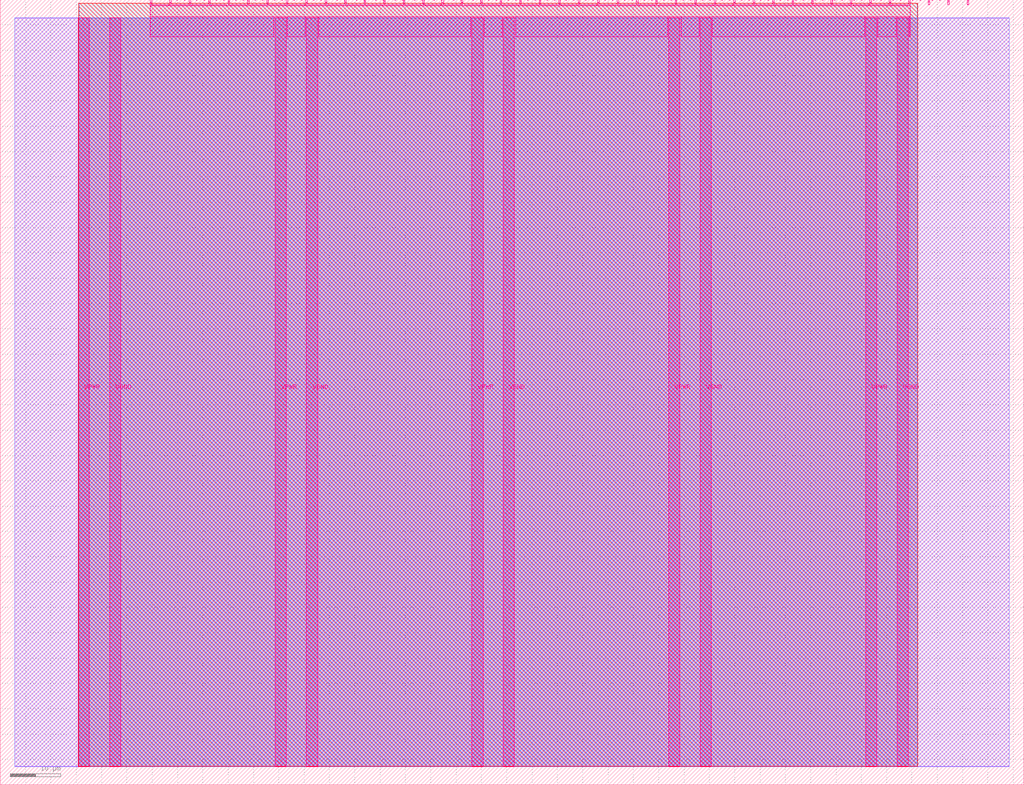
<source format=lef>
VERSION 5.7 ;
  NOWIREEXTENSIONATPIN ON ;
  DIVIDERCHAR "/" ;
  BUSBITCHARS "[]" ;
MACRO tt_um_wokwi_436554456427191297
  CLASS BLOCK ;
  FOREIGN tt_um_wokwi_436554456427191297 ;
  ORIGIN 0.000 0.000 ;
  SIZE 202.080 BY 154.980 ;
  PIN VGND
    DIRECTION INOUT ;
    USE GROUND ;
    PORT
      LAYER Metal5 ;
        RECT 21.580 3.560 23.780 151.420 ;
    END
    PORT
      LAYER Metal5 ;
        RECT 60.450 3.560 62.650 151.420 ;
    END
    PORT
      LAYER Metal5 ;
        RECT 99.320 3.560 101.520 151.420 ;
    END
    PORT
      LAYER Metal5 ;
        RECT 138.190 3.560 140.390 151.420 ;
    END
    PORT
      LAYER Metal5 ;
        RECT 177.060 3.560 179.260 151.420 ;
    END
  END VGND
  PIN VPWR
    DIRECTION INOUT ;
    USE POWER ;
    PORT
      LAYER Metal5 ;
        RECT 15.380 3.560 17.580 151.420 ;
    END
    PORT
      LAYER Metal5 ;
        RECT 54.250 3.560 56.450 151.420 ;
    END
    PORT
      LAYER Metal5 ;
        RECT 93.120 3.560 95.320 151.420 ;
    END
    PORT
      LAYER Metal5 ;
        RECT 131.990 3.560 134.190 151.420 ;
    END
    PORT
      LAYER Metal5 ;
        RECT 170.860 3.560 173.060 151.420 ;
    END
  END VPWR
  PIN clk
    DIRECTION INPUT ;
    USE SIGNAL ;
    PORT
      LAYER Metal5 ;
        RECT 187.050 153.980 187.350 154.980 ;
    END
  END clk
  PIN ena
    DIRECTION INPUT ;
    USE SIGNAL ;
    PORT
      LAYER Metal5 ;
        RECT 190.890 153.980 191.190 154.980 ;
    END
  END ena
  PIN rst_n
    DIRECTION INPUT ;
    USE SIGNAL ;
    PORT
      LAYER Metal5 ;
        RECT 183.210 153.980 183.510 154.980 ;
    END
  END rst_n
  PIN ui_in[0]
    DIRECTION INPUT ;
    USE SIGNAL ;
    ANTENNAGATEAREA 0.180700 ;
    PORT
      LAYER Metal5 ;
        RECT 179.370 153.980 179.670 154.980 ;
    END
  END ui_in[0]
  PIN ui_in[1]
    DIRECTION INPUT ;
    USE SIGNAL ;
    ANTENNAGATEAREA 0.180700 ;
    PORT
      LAYER Metal5 ;
        RECT 175.530 153.980 175.830 154.980 ;
    END
  END ui_in[1]
  PIN ui_in[2]
    DIRECTION INPUT ;
    USE SIGNAL ;
    ANTENNAGATEAREA 0.180700 ;
    PORT
      LAYER Metal5 ;
        RECT 171.690 153.980 171.990 154.980 ;
    END
  END ui_in[2]
  PIN ui_in[3]
    DIRECTION INPUT ;
    USE SIGNAL ;
    ANTENNAGATEAREA 0.180700 ;
    PORT
      LAYER Metal5 ;
        RECT 167.850 153.980 168.150 154.980 ;
    END
  END ui_in[3]
  PIN ui_in[4]
    DIRECTION INPUT ;
    USE SIGNAL ;
    PORT
      LAYER Metal5 ;
        RECT 164.010 153.980 164.310 154.980 ;
    END
  END ui_in[4]
  PIN ui_in[5]
    DIRECTION INPUT ;
    USE SIGNAL ;
    PORT
      LAYER Metal5 ;
        RECT 160.170 153.980 160.470 154.980 ;
    END
  END ui_in[5]
  PIN ui_in[6]
    DIRECTION INPUT ;
    USE SIGNAL ;
    ANTENNAGATEAREA 0.180700 ;
    PORT
      LAYER Metal5 ;
        RECT 156.330 153.980 156.630 154.980 ;
    END
  END ui_in[6]
  PIN ui_in[7]
    DIRECTION INPUT ;
    USE SIGNAL ;
    ANTENNAGATEAREA 0.180700 ;
    PORT
      LAYER Metal5 ;
        RECT 152.490 153.980 152.790 154.980 ;
    END
  END ui_in[7]
  PIN uio_in[0]
    DIRECTION INPUT ;
    USE SIGNAL ;
    PORT
      LAYER Metal5 ;
        RECT 148.650 153.980 148.950 154.980 ;
    END
  END uio_in[0]
  PIN uio_in[1]
    DIRECTION INPUT ;
    USE SIGNAL ;
    PORT
      LAYER Metal5 ;
        RECT 144.810 153.980 145.110 154.980 ;
    END
  END uio_in[1]
  PIN uio_in[2]
    DIRECTION INPUT ;
    USE SIGNAL ;
    PORT
      LAYER Metal5 ;
        RECT 140.970 153.980 141.270 154.980 ;
    END
  END uio_in[2]
  PIN uio_in[3]
    DIRECTION INPUT ;
    USE SIGNAL ;
    PORT
      LAYER Metal5 ;
        RECT 137.130 153.980 137.430 154.980 ;
    END
  END uio_in[3]
  PIN uio_in[4]
    DIRECTION INPUT ;
    USE SIGNAL ;
    PORT
      LAYER Metal5 ;
        RECT 133.290 153.980 133.590 154.980 ;
    END
  END uio_in[4]
  PIN uio_in[5]
    DIRECTION INPUT ;
    USE SIGNAL ;
    PORT
      LAYER Metal5 ;
        RECT 129.450 153.980 129.750 154.980 ;
    END
  END uio_in[5]
  PIN uio_in[6]
    DIRECTION INPUT ;
    USE SIGNAL ;
    PORT
      LAYER Metal5 ;
        RECT 125.610 153.980 125.910 154.980 ;
    END
  END uio_in[6]
  PIN uio_in[7]
    DIRECTION INPUT ;
    USE SIGNAL ;
    PORT
      LAYER Metal5 ;
        RECT 121.770 153.980 122.070 154.980 ;
    END
  END uio_in[7]
  PIN uio_oe[0]
    DIRECTION OUTPUT ;
    USE SIGNAL ;
    ANTENNADIFFAREA 0.299200 ;
    PORT
      LAYER Metal5 ;
        RECT 56.490 153.980 56.790 154.980 ;
    END
  END uio_oe[0]
  PIN uio_oe[1]
    DIRECTION OUTPUT ;
    USE SIGNAL ;
    ANTENNADIFFAREA 0.299200 ;
    PORT
      LAYER Metal5 ;
        RECT 52.650 153.980 52.950 154.980 ;
    END
  END uio_oe[1]
  PIN uio_oe[2]
    DIRECTION OUTPUT ;
    USE SIGNAL ;
    ANTENNADIFFAREA 0.299200 ;
    PORT
      LAYER Metal5 ;
        RECT 48.810 153.980 49.110 154.980 ;
    END
  END uio_oe[2]
  PIN uio_oe[3]
    DIRECTION OUTPUT ;
    USE SIGNAL ;
    ANTENNADIFFAREA 0.299200 ;
    PORT
      LAYER Metal5 ;
        RECT 44.970 153.980 45.270 154.980 ;
    END
  END uio_oe[3]
  PIN uio_oe[4]
    DIRECTION OUTPUT ;
    USE SIGNAL ;
    ANTENNADIFFAREA 0.299200 ;
    PORT
      LAYER Metal5 ;
        RECT 41.130 153.980 41.430 154.980 ;
    END
  END uio_oe[4]
  PIN uio_oe[5]
    DIRECTION OUTPUT ;
    USE SIGNAL ;
    ANTENNADIFFAREA 0.299200 ;
    PORT
      LAYER Metal5 ;
        RECT 37.290 153.980 37.590 154.980 ;
    END
  END uio_oe[5]
  PIN uio_oe[6]
    DIRECTION OUTPUT ;
    USE SIGNAL ;
    ANTENNADIFFAREA 0.299200 ;
    PORT
      LAYER Metal5 ;
        RECT 33.450 153.980 33.750 154.980 ;
    END
  END uio_oe[6]
  PIN uio_oe[7]
    DIRECTION OUTPUT ;
    USE SIGNAL ;
    ANTENNADIFFAREA 0.299200 ;
    PORT
      LAYER Metal5 ;
        RECT 29.610 153.980 29.910 154.980 ;
    END
  END uio_oe[7]
  PIN uio_out[0]
    DIRECTION OUTPUT ;
    USE SIGNAL ;
    ANTENNADIFFAREA 0.299200 ;
    PORT
      LAYER Metal5 ;
        RECT 87.210 153.980 87.510 154.980 ;
    END
  END uio_out[0]
  PIN uio_out[1]
    DIRECTION OUTPUT ;
    USE SIGNAL ;
    ANTENNADIFFAREA 0.299200 ;
    PORT
      LAYER Metal5 ;
        RECT 83.370 153.980 83.670 154.980 ;
    END
  END uio_out[1]
  PIN uio_out[2]
    DIRECTION OUTPUT ;
    USE SIGNAL ;
    ANTENNADIFFAREA 0.299200 ;
    PORT
      LAYER Metal5 ;
        RECT 79.530 153.980 79.830 154.980 ;
    END
  END uio_out[2]
  PIN uio_out[3]
    DIRECTION OUTPUT ;
    USE SIGNAL ;
    ANTENNADIFFAREA 0.299200 ;
    PORT
      LAYER Metal5 ;
        RECT 75.690 153.980 75.990 154.980 ;
    END
  END uio_out[3]
  PIN uio_out[4]
    DIRECTION OUTPUT ;
    USE SIGNAL ;
    ANTENNADIFFAREA 0.299200 ;
    PORT
      LAYER Metal5 ;
        RECT 71.850 153.980 72.150 154.980 ;
    END
  END uio_out[4]
  PIN uio_out[5]
    DIRECTION OUTPUT ;
    USE SIGNAL ;
    ANTENNADIFFAREA 0.299200 ;
    PORT
      LAYER Metal5 ;
        RECT 68.010 153.980 68.310 154.980 ;
    END
  END uio_out[5]
  PIN uio_out[6]
    DIRECTION OUTPUT ;
    USE SIGNAL ;
    ANTENNADIFFAREA 0.299200 ;
    PORT
      LAYER Metal5 ;
        RECT 64.170 153.980 64.470 154.980 ;
    END
  END uio_out[6]
  PIN uio_out[7]
    DIRECTION OUTPUT ;
    USE SIGNAL ;
    ANTENNADIFFAREA 0.299200 ;
    PORT
      LAYER Metal5 ;
        RECT 60.330 153.980 60.630 154.980 ;
    END
  END uio_out[7]
  PIN uo_out[0]
    DIRECTION OUTPUT ;
    USE SIGNAL ;
    ANTENNADIFFAREA 0.654800 ;
    PORT
      LAYER Metal5 ;
        RECT 117.930 153.980 118.230 154.980 ;
    END
  END uo_out[0]
  PIN uo_out[1]
    DIRECTION OUTPUT ;
    USE SIGNAL ;
    ANTENNADIFFAREA 0.299200 ;
    PORT
      LAYER Metal5 ;
        RECT 114.090 153.980 114.390 154.980 ;
    END
  END uo_out[1]
  PIN uo_out[2]
    DIRECTION OUTPUT ;
    USE SIGNAL ;
    ANTENNADIFFAREA 0.299200 ;
    PORT
      LAYER Metal5 ;
        RECT 110.250 153.980 110.550 154.980 ;
    END
  END uo_out[2]
  PIN uo_out[3]
    DIRECTION OUTPUT ;
    USE SIGNAL ;
    ANTENNADIFFAREA 0.299200 ;
    PORT
      LAYER Metal5 ;
        RECT 106.410 153.980 106.710 154.980 ;
    END
  END uo_out[3]
  PIN uo_out[4]
    DIRECTION OUTPUT ;
    USE SIGNAL ;
    ANTENNADIFFAREA 0.299200 ;
    PORT
      LAYER Metal5 ;
        RECT 102.570 153.980 102.870 154.980 ;
    END
  END uo_out[4]
  PIN uo_out[5]
    DIRECTION OUTPUT ;
    USE SIGNAL ;
    ANTENNADIFFAREA 0.299200 ;
    PORT
      LAYER Metal5 ;
        RECT 98.730 153.980 99.030 154.980 ;
    END
  END uo_out[5]
  PIN uo_out[6]
    DIRECTION OUTPUT ;
    USE SIGNAL ;
    ANTENNADIFFAREA 0.654800 ;
    PORT
      LAYER Metal5 ;
        RECT 94.890 153.980 95.190 154.980 ;
    END
  END uo_out[6]
  PIN uo_out[7]
    DIRECTION OUTPUT ;
    USE SIGNAL ;
    ANTENNADIFFAREA 0.654800 ;
    PORT
      LAYER Metal5 ;
        RECT 91.050 153.980 91.350 154.980 ;
    END
  END uo_out[7]
  OBS
      LAYER GatPoly ;
        RECT 2.880 3.630 199.200 151.350 ;
      LAYER Metal1 ;
        RECT 2.880 3.560 199.200 151.420 ;
      LAYER Metal2 ;
        RECT 15.515 3.680 181.105 151.300 ;
      LAYER Metal3 ;
        RECT 15.560 3.635 181.060 154.285 ;
      LAYER Metal4 ;
        RECT 15.515 3.680 181.105 154.240 ;
      LAYER Metal5 ;
        RECT 30.120 153.770 33.240 153.980 ;
        RECT 33.960 153.770 37.080 153.980 ;
        RECT 37.800 153.770 40.920 153.980 ;
        RECT 41.640 153.770 44.760 153.980 ;
        RECT 45.480 153.770 48.600 153.980 ;
        RECT 49.320 153.770 52.440 153.980 ;
        RECT 53.160 153.770 56.280 153.980 ;
        RECT 57.000 153.770 60.120 153.980 ;
        RECT 60.840 153.770 63.960 153.980 ;
        RECT 64.680 153.770 67.800 153.980 ;
        RECT 68.520 153.770 71.640 153.980 ;
        RECT 72.360 153.770 75.480 153.980 ;
        RECT 76.200 153.770 79.320 153.980 ;
        RECT 80.040 153.770 83.160 153.980 ;
        RECT 83.880 153.770 87.000 153.980 ;
        RECT 87.720 153.770 90.840 153.980 ;
        RECT 91.560 153.770 94.680 153.980 ;
        RECT 95.400 153.770 98.520 153.980 ;
        RECT 99.240 153.770 102.360 153.980 ;
        RECT 103.080 153.770 106.200 153.980 ;
        RECT 106.920 153.770 110.040 153.980 ;
        RECT 110.760 153.770 113.880 153.980 ;
        RECT 114.600 153.770 117.720 153.980 ;
        RECT 118.440 153.770 121.560 153.980 ;
        RECT 122.280 153.770 125.400 153.980 ;
        RECT 126.120 153.770 129.240 153.980 ;
        RECT 129.960 153.770 133.080 153.980 ;
        RECT 133.800 153.770 136.920 153.980 ;
        RECT 137.640 153.770 140.760 153.980 ;
        RECT 141.480 153.770 144.600 153.980 ;
        RECT 145.320 153.770 148.440 153.980 ;
        RECT 149.160 153.770 152.280 153.980 ;
        RECT 153.000 153.770 156.120 153.980 ;
        RECT 156.840 153.770 159.960 153.980 ;
        RECT 160.680 153.770 163.800 153.980 ;
        RECT 164.520 153.770 167.640 153.980 ;
        RECT 168.360 153.770 171.480 153.980 ;
        RECT 172.200 153.770 175.320 153.980 ;
        RECT 176.040 153.770 179.160 153.980 ;
        RECT 29.660 151.630 179.620 153.770 ;
        RECT 29.660 147.695 54.040 151.630 ;
        RECT 56.660 147.695 60.240 151.630 ;
        RECT 62.860 147.695 92.910 151.630 ;
        RECT 95.530 147.695 99.110 151.630 ;
        RECT 101.730 147.695 131.780 151.630 ;
        RECT 134.400 147.695 137.980 151.630 ;
        RECT 140.600 147.695 170.650 151.630 ;
        RECT 173.270 147.695 176.850 151.630 ;
        RECT 179.470 147.695 179.620 151.630 ;
  END
END tt_um_wokwi_436554456427191297
END LIBRARY


</source>
